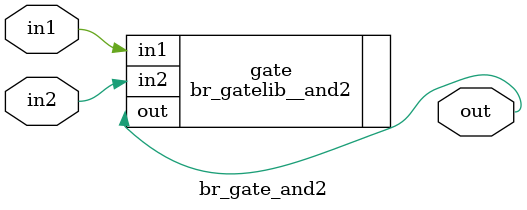
<source format=sv>


module br_gate_and2 (
    input  logic in1,
    input  logic in2,
    output logic out
);

  br_gatelib__and2 gate (
      .in1,
      .in2,
      .out
  );

endmodule : br_gate_and2

</source>
